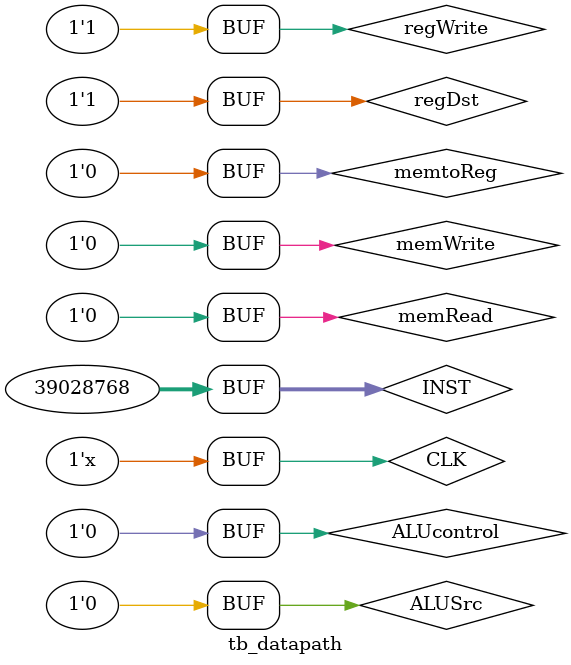
<source format=v>
`timescale 10ns/10ps
module tb_datapath ();
  reg CLK, regDst, regWrite, ALUSrc, ALUcontrol, memWrite, memRead, memtoReg;
  reg [31:0] INST;
  wire [31:0] regW, addr;
  wire isZero;
  datapath u1 (CLK, INST, regDst, regWrite, ALUSrc, ALUcontrol, memWrite, memRead, memtoReg, regW, isZero, addr);
  
  initial begin 
    CLK = 0; 
    INST = 32'b00000010010100111000100000100000;
    #10 //add $1, $2, $3
    regDst = 1; 
    regWrite = 0; 
    ALUSrc = 0; 
    ALUcontrol = 4'b0010; 
    memWrite = 0; 
    memRead = 0; 
    memtoReg = 0;
    #20
    regWrite = 1; 
    $monitor ("regW: %d", regW);
  end 
  always #10 CLK = ~CLK;
endmodule
</source>
